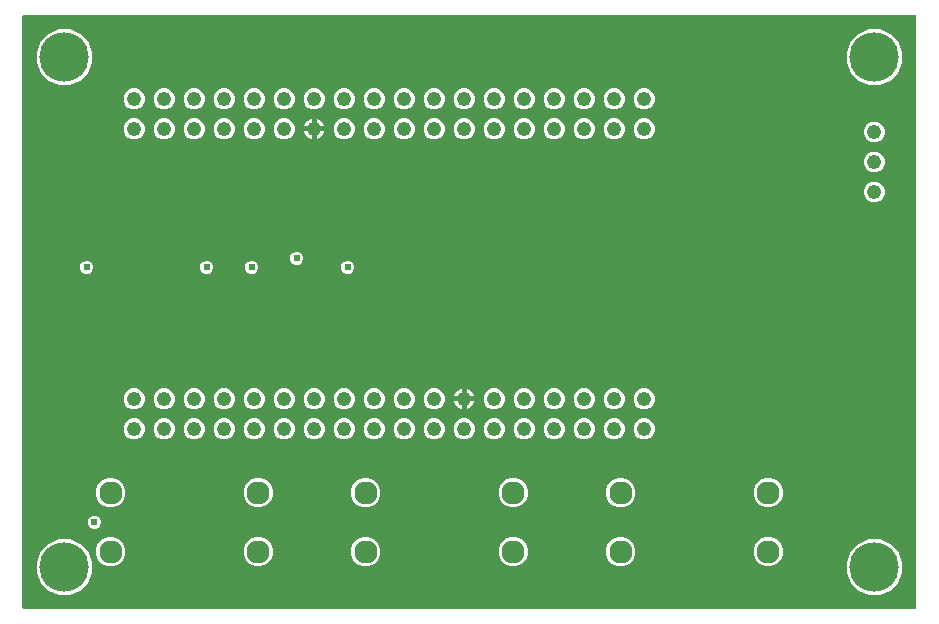
<source format=gbr>
G04 EAGLE Gerber RS-274X export*
G75*
%MOMM*%
%FSLAX34Y34*%
%LPD*%
%INCopper Layer 15*%
%IPPOS*%
%AMOC8*
5,1,8,0,0,1.08239X$1,22.5*%
G01*
%ADD10C,1.244600*%
%ADD11C,1.960000*%
%ADD12C,4.191000*%
%ADD13C,0.609600*%

G36*
X758109Y2556D02*
X758109Y2556D01*
X758228Y2563D01*
X758267Y2575D01*
X758307Y2581D01*
X758417Y2624D01*
X758531Y2661D01*
X758565Y2683D01*
X758603Y2698D01*
X758699Y2767D01*
X758799Y2831D01*
X758827Y2861D01*
X758860Y2884D01*
X758936Y2976D01*
X759017Y3062D01*
X759037Y3098D01*
X759063Y3129D01*
X759114Y3237D01*
X759171Y3341D01*
X759181Y3380D01*
X759198Y3417D01*
X759221Y3534D01*
X759250Y3649D01*
X759254Y3709D01*
X759258Y3729D01*
X759257Y3750D01*
X759261Y3809D01*
X759458Y504190D01*
X759443Y504308D01*
X759435Y504427D01*
X759423Y504465D01*
X759418Y504505D01*
X759374Y504616D01*
X759337Y504729D01*
X759316Y504763D01*
X759301Y504801D01*
X759231Y504897D01*
X759167Y504998D01*
X759138Y505026D01*
X759114Y505058D01*
X759023Y505134D01*
X758936Y505216D01*
X758900Y505236D01*
X758870Y505261D01*
X758762Y505312D01*
X758657Y505370D01*
X758618Y505380D01*
X758582Y505397D01*
X758465Y505419D01*
X758349Y505449D01*
X758290Y505453D01*
X758270Y505457D01*
X758249Y505455D01*
X758189Y505459D01*
X3810Y505459D01*
X3692Y505444D01*
X3573Y505437D01*
X3535Y505424D01*
X3494Y505419D01*
X3384Y505376D01*
X3271Y505339D01*
X3236Y505317D01*
X3199Y505302D01*
X3103Y505233D01*
X3002Y505169D01*
X2974Y505139D01*
X2941Y505116D01*
X2865Y505024D01*
X2784Y504937D01*
X2764Y504902D01*
X2739Y504871D01*
X2688Y504763D01*
X2630Y504659D01*
X2620Y504619D01*
X2603Y504583D01*
X2581Y504466D01*
X2551Y504351D01*
X2547Y504291D01*
X2543Y504271D01*
X2545Y504250D01*
X2541Y504190D01*
X2541Y3810D01*
X2556Y3692D01*
X2563Y3573D01*
X2576Y3535D01*
X2581Y3494D01*
X2624Y3384D01*
X2661Y3271D01*
X2683Y3236D01*
X2698Y3199D01*
X2767Y3103D01*
X2831Y3002D01*
X2861Y2974D01*
X2884Y2941D01*
X2976Y2865D01*
X3063Y2784D01*
X3098Y2764D01*
X3129Y2739D01*
X3237Y2688D01*
X3341Y2630D01*
X3381Y2620D01*
X3417Y2603D01*
X3534Y2581D01*
X3649Y2551D01*
X3709Y2547D01*
X3729Y2543D01*
X3750Y2545D01*
X3810Y2541D01*
X757992Y2541D01*
X758109Y2556D01*
G37*
%LPC*%
G36*
X719226Y446404D02*
X719226Y446404D01*
X710591Y449981D01*
X703981Y456591D01*
X700404Y465226D01*
X700404Y474574D01*
X703981Y483209D01*
X710591Y489819D01*
X719226Y493396D01*
X728574Y493396D01*
X737209Y489819D01*
X743819Y483209D01*
X747396Y474574D01*
X747396Y465226D01*
X743819Y456591D01*
X737209Y449981D01*
X728574Y446404D01*
X719226Y446404D01*
G37*
%LPD*%
%LPC*%
G36*
X33426Y446404D02*
X33426Y446404D01*
X24791Y449981D01*
X18181Y456591D01*
X14604Y465226D01*
X14604Y474574D01*
X18181Y483209D01*
X24791Y489819D01*
X33426Y493396D01*
X42774Y493396D01*
X51409Y489819D01*
X58019Y483209D01*
X61596Y474574D01*
X61596Y465226D01*
X58019Y456591D01*
X51409Y449981D01*
X42774Y446404D01*
X33426Y446404D01*
G37*
%LPD*%
%LPC*%
G36*
X719226Y14604D02*
X719226Y14604D01*
X710591Y18181D01*
X703981Y24791D01*
X700404Y33426D01*
X700404Y42774D01*
X703981Y51409D01*
X710591Y58019D01*
X719226Y61596D01*
X728574Y61596D01*
X737209Y58019D01*
X743819Y51409D01*
X747396Y42774D01*
X747396Y33426D01*
X743819Y24791D01*
X737209Y18181D01*
X728574Y14604D01*
X719226Y14604D01*
G37*
%LPD*%
%LPC*%
G36*
X33426Y14604D02*
X33426Y14604D01*
X24791Y18181D01*
X18181Y24791D01*
X14604Y33426D01*
X14604Y42774D01*
X18181Y51409D01*
X24791Y58019D01*
X33426Y61596D01*
X42774Y61596D01*
X51409Y58019D01*
X58019Y51409D01*
X61596Y42774D01*
X61596Y33426D01*
X58019Y24791D01*
X51409Y18181D01*
X42774Y14604D01*
X33426Y14604D01*
G37*
%LPD*%
%LPC*%
G36*
X199745Y38859D02*
X199745Y38859D01*
X195210Y40738D01*
X191738Y44210D01*
X189859Y48745D01*
X189859Y53655D01*
X191738Y58190D01*
X195210Y61662D01*
X199745Y63541D01*
X204655Y63541D01*
X209190Y61662D01*
X212662Y58190D01*
X214541Y53655D01*
X214541Y48745D01*
X212662Y44210D01*
X209190Y40738D01*
X204655Y38859D01*
X199745Y38859D01*
G37*
%LPD*%
%LPC*%
G36*
X290645Y38859D02*
X290645Y38859D01*
X286110Y40738D01*
X282638Y44210D01*
X280759Y48745D01*
X280759Y53655D01*
X282638Y58190D01*
X286110Y61662D01*
X290645Y63541D01*
X295555Y63541D01*
X300090Y61662D01*
X303562Y58190D01*
X305441Y53655D01*
X305441Y48745D01*
X303562Y44210D01*
X300090Y40738D01*
X295555Y38859D01*
X290645Y38859D01*
G37*
%LPD*%
%LPC*%
G36*
X415645Y38859D02*
X415645Y38859D01*
X411110Y40738D01*
X407638Y44210D01*
X405759Y48745D01*
X405759Y53655D01*
X407638Y58190D01*
X411110Y61662D01*
X415645Y63541D01*
X420555Y63541D01*
X425090Y61662D01*
X428562Y58190D01*
X430441Y53655D01*
X430441Y48745D01*
X428562Y44210D01*
X425090Y40738D01*
X420555Y38859D01*
X415645Y38859D01*
G37*
%LPD*%
%LPC*%
G36*
X506545Y38859D02*
X506545Y38859D01*
X502010Y40738D01*
X498538Y44210D01*
X496659Y48745D01*
X496659Y53655D01*
X498538Y58190D01*
X502010Y61662D01*
X506545Y63541D01*
X511455Y63541D01*
X515990Y61662D01*
X519462Y58190D01*
X521341Y53655D01*
X521341Y48745D01*
X519462Y44210D01*
X515990Y40738D01*
X511455Y38859D01*
X506545Y38859D01*
G37*
%LPD*%
%LPC*%
G36*
X74745Y38859D02*
X74745Y38859D01*
X70210Y40738D01*
X66738Y44210D01*
X64859Y48745D01*
X64859Y53655D01*
X66738Y58190D01*
X70210Y61662D01*
X74745Y63541D01*
X79655Y63541D01*
X84190Y61662D01*
X87662Y58190D01*
X89541Y53655D01*
X89541Y48745D01*
X87662Y44210D01*
X84190Y40738D01*
X79655Y38859D01*
X74745Y38859D01*
G37*
%LPD*%
%LPC*%
G36*
X74745Y88859D02*
X74745Y88859D01*
X70210Y90738D01*
X66738Y94210D01*
X64859Y98745D01*
X64859Y103655D01*
X66738Y108190D01*
X70210Y111662D01*
X74745Y113541D01*
X79655Y113541D01*
X84190Y111662D01*
X87662Y108190D01*
X89541Y103655D01*
X89541Y98745D01*
X87662Y94210D01*
X84190Y90738D01*
X79655Y88859D01*
X74745Y88859D01*
G37*
%LPD*%
%LPC*%
G36*
X199745Y88859D02*
X199745Y88859D01*
X195210Y90738D01*
X191738Y94210D01*
X189859Y98745D01*
X189859Y103655D01*
X191738Y108190D01*
X195210Y111662D01*
X199745Y113541D01*
X204655Y113541D01*
X209190Y111662D01*
X212662Y108190D01*
X214541Y103655D01*
X214541Y98745D01*
X212662Y94210D01*
X209190Y90738D01*
X204655Y88859D01*
X199745Y88859D01*
G37*
%LPD*%
%LPC*%
G36*
X290645Y88859D02*
X290645Y88859D01*
X286110Y90738D01*
X282638Y94210D01*
X280759Y98745D01*
X280759Y103655D01*
X282638Y108190D01*
X286110Y111662D01*
X290645Y113541D01*
X295555Y113541D01*
X300090Y111662D01*
X303562Y108190D01*
X305441Y103655D01*
X305441Y98745D01*
X303562Y94210D01*
X300090Y90738D01*
X295555Y88859D01*
X290645Y88859D01*
G37*
%LPD*%
%LPC*%
G36*
X415645Y88859D02*
X415645Y88859D01*
X411110Y90738D01*
X407638Y94210D01*
X405759Y98745D01*
X405759Y103655D01*
X407638Y108190D01*
X411110Y111662D01*
X415645Y113541D01*
X420555Y113541D01*
X425090Y111662D01*
X428562Y108190D01*
X430441Y103655D01*
X430441Y98745D01*
X428562Y94210D01*
X425090Y90738D01*
X420555Y88859D01*
X415645Y88859D01*
G37*
%LPD*%
%LPC*%
G36*
X506545Y88859D02*
X506545Y88859D01*
X502010Y90738D01*
X498538Y94210D01*
X496659Y98745D01*
X496659Y103655D01*
X498538Y108190D01*
X502010Y111662D01*
X506545Y113541D01*
X511455Y113541D01*
X515990Y111662D01*
X519462Y108190D01*
X521341Y103655D01*
X521341Y98745D01*
X519462Y94210D01*
X515990Y90738D01*
X511455Y88859D01*
X506545Y88859D01*
G37*
%LPD*%
%LPC*%
G36*
X631545Y88859D02*
X631545Y88859D01*
X627010Y90738D01*
X623538Y94210D01*
X621659Y98745D01*
X621659Y103655D01*
X623538Y108190D01*
X627010Y111662D01*
X631545Y113541D01*
X636455Y113541D01*
X640990Y111662D01*
X644462Y108190D01*
X646341Y103655D01*
X646341Y98745D01*
X644462Y94210D01*
X640990Y90738D01*
X636455Y88859D01*
X631545Y88859D01*
G37*
%LPD*%
%LPC*%
G36*
X631545Y38859D02*
X631545Y38859D01*
X627010Y40738D01*
X623538Y44210D01*
X621659Y48745D01*
X621659Y53655D01*
X623538Y58190D01*
X627010Y61662D01*
X631545Y63541D01*
X636455Y63541D01*
X640990Y61662D01*
X644462Y58190D01*
X646341Y53655D01*
X646341Y48745D01*
X644462Y44210D01*
X640990Y40738D01*
X636455Y38859D01*
X631545Y38859D01*
G37*
%LPD*%
%LPC*%
G36*
X247857Y425836D02*
X247857Y425836D01*
X244636Y427170D01*
X242170Y429636D01*
X240836Y432857D01*
X240836Y436343D01*
X242170Y439564D01*
X244636Y442030D01*
X247857Y443364D01*
X251343Y443364D01*
X254564Y442030D01*
X257030Y439564D01*
X258364Y436343D01*
X258364Y432857D01*
X257030Y429636D01*
X254564Y427170D01*
X251343Y425836D01*
X247857Y425836D01*
G37*
%LPD*%
%LPC*%
G36*
X222457Y425836D02*
X222457Y425836D01*
X219236Y427170D01*
X216770Y429636D01*
X215436Y432857D01*
X215436Y436343D01*
X216770Y439564D01*
X219236Y442030D01*
X222457Y443364D01*
X225943Y443364D01*
X229164Y442030D01*
X231630Y439564D01*
X232964Y436343D01*
X232964Y432857D01*
X231630Y429636D01*
X229164Y427170D01*
X225943Y425836D01*
X222457Y425836D01*
G37*
%LPD*%
%LPC*%
G36*
X197057Y425836D02*
X197057Y425836D01*
X193836Y427170D01*
X191370Y429636D01*
X190036Y432857D01*
X190036Y436343D01*
X191370Y439564D01*
X193836Y442030D01*
X197057Y443364D01*
X200543Y443364D01*
X203764Y442030D01*
X206230Y439564D01*
X207564Y436343D01*
X207564Y432857D01*
X206230Y429636D01*
X203764Y427170D01*
X200543Y425836D01*
X197057Y425836D01*
G37*
%LPD*%
%LPC*%
G36*
X171657Y425836D02*
X171657Y425836D01*
X168436Y427170D01*
X165970Y429636D01*
X164636Y432857D01*
X164636Y436343D01*
X165970Y439564D01*
X168436Y442030D01*
X171657Y443364D01*
X175143Y443364D01*
X178364Y442030D01*
X180830Y439564D01*
X182164Y436343D01*
X182164Y432857D01*
X180830Y429636D01*
X178364Y427170D01*
X175143Y425836D01*
X171657Y425836D01*
G37*
%LPD*%
%LPC*%
G36*
X527257Y400436D02*
X527257Y400436D01*
X524036Y401770D01*
X521570Y404236D01*
X520236Y407457D01*
X520236Y410943D01*
X521570Y414164D01*
X524036Y416630D01*
X527257Y417964D01*
X530743Y417964D01*
X533964Y416630D01*
X536430Y414164D01*
X537764Y410943D01*
X537764Y407457D01*
X536430Y404236D01*
X533964Y401770D01*
X530743Y400436D01*
X527257Y400436D01*
G37*
%LPD*%
%LPC*%
G36*
X501857Y400436D02*
X501857Y400436D01*
X498636Y401770D01*
X496170Y404236D01*
X494836Y407457D01*
X494836Y410943D01*
X496170Y414164D01*
X498636Y416630D01*
X501857Y417964D01*
X505343Y417964D01*
X508564Y416630D01*
X511030Y414164D01*
X512364Y410943D01*
X512364Y407457D01*
X511030Y404236D01*
X508564Y401770D01*
X505343Y400436D01*
X501857Y400436D01*
G37*
%LPD*%
%LPC*%
G36*
X476457Y400436D02*
X476457Y400436D01*
X473236Y401770D01*
X470770Y404236D01*
X469436Y407457D01*
X469436Y410943D01*
X470770Y414164D01*
X473236Y416630D01*
X476457Y417964D01*
X479943Y417964D01*
X483164Y416630D01*
X485630Y414164D01*
X486964Y410943D01*
X486964Y407457D01*
X485630Y404236D01*
X483164Y401770D01*
X479943Y400436D01*
X476457Y400436D01*
G37*
%LPD*%
%LPC*%
G36*
X451057Y400436D02*
X451057Y400436D01*
X447836Y401770D01*
X445370Y404236D01*
X444036Y407457D01*
X444036Y410943D01*
X445370Y414164D01*
X447836Y416630D01*
X451057Y417964D01*
X454543Y417964D01*
X457764Y416630D01*
X460230Y414164D01*
X461564Y410943D01*
X461564Y407457D01*
X460230Y404236D01*
X457764Y401770D01*
X454543Y400436D01*
X451057Y400436D01*
G37*
%LPD*%
%LPC*%
G36*
X425657Y400436D02*
X425657Y400436D01*
X422436Y401770D01*
X419970Y404236D01*
X418636Y407457D01*
X418636Y410943D01*
X419970Y414164D01*
X422436Y416630D01*
X425657Y417964D01*
X429143Y417964D01*
X432364Y416630D01*
X434830Y414164D01*
X436164Y410943D01*
X436164Y407457D01*
X434830Y404236D01*
X432364Y401770D01*
X429143Y400436D01*
X425657Y400436D01*
G37*
%LPD*%
%LPC*%
G36*
X400257Y400436D02*
X400257Y400436D01*
X397036Y401770D01*
X394570Y404236D01*
X393236Y407457D01*
X393236Y410943D01*
X394570Y414164D01*
X397036Y416630D01*
X400257Y417964D01*
X403743Y417964D01*
X406964Y416630D01*
X409430Y414164D01*
X410764Y410943D01*
X410764Y407457D01*
X409430Y404236D01*
X406964Y401770D01*
X403743Y400436D01*
X400257Y400436D01*
G37*
%LPD*%
%LPC*%
G36*
X374857Y400436D02*
X374857Y400436D01*
X371636Y401770D01*
X369170Y404236D01*
X367836Y407457D01*
X367836Y410943D01*
X369170Y414164D01*
X371636Y416630D01*
X374857Y417964D01*
X378343Y417964D01*
X381564Y416630D01*
X384030Y414164D01*
X385364Y410943D01*
X385364Y407457D01*
X384030Y404236D01*
X381564Y401770D01*
X378343Y400436D01*
X374857Y400436D01*
G37*
%LPD*%
%LPC*%
G36*
X349457Y400436D02*
X349457Y400436D01*
X346236Y401770D01*
X343770Y404236D01*
X342436Y407457D01*
X342436Y410943D01*
X343770Y414164D01*
X346236Y416630D01*
X349457Y417964D01*
X352943Y417964D01*
X356164Y416630D01*
X358630Y414164D01*
X359964Y410943D01*
X359964Y407457D01*
X358630Y404236D01*
X356164Y401770D01*
X352943Y400436D01*
X349457Y400436D01*
G37*
%LPD*%
%LPC*%
G36*
X324057Y400436D02*
X324057Y400436D01*
X320836Y401770D01*
X318370Y404236D01*
X317036Y407457D01*
X317036Y410943D01*
X318370Y414164D01*
X320836Y416630D01*
X324057Y417964D01*
X327543Y417964D01*
X330764Y416630D01*
X333230Y414164D01*
X334564Y410943D01*
X334564Y407457D01*
X333230Y404236D01*
X330764Y401770D01*
X327543Y400436D01*
X324057Y400436D01*
G37*
%LPD*%
%LPC*%
G36*
X298657Y400436D02*
X298657Y400436D01*
X295436Y401770D01*
X292970Y404236D01*
X291636Y407457D01*
X291636Y410943D01*
X292970Y414164D01*
X295436Y416630D01*
X298657Y417964D01*
X302143Y417964D01*
X305364Y416630D01*
X307830Y414164D01*
X309164Y410943D01*
X309164Y407457D01*
X307830Y404236D01*
X305364Y401770D01*
X302143Y400436D01*
X298657Y400436D01*
G37*
%LPD*%
%LPC*%
G36*
X273257Y400436D02*
X273257Y400436D01*
X270036Y401770D01*
X267570Y404236D01*
X266236Y407457D01*
X266236Y410943D01*
X267570Y414164D01*
X270036Y416630D01*
X273257Y417964D01*
X276743Y417964D01*
X279964Y416630D01*
X282430Y414164D01*
X283764Y410943D01*
X283764Y407457D01*
X282430Y404236D01*
X279964Y401770D01*
X276743Y400436D01*
X273257Y400436D01*
G37*
%LPD*%
%LPC*%
G36*
X222457Y400436D02*
X222457Y400436D01*
X219236Y401770D01*
X216770Y404236D01*
X215436Y407457D01*
X215436Y410943D01*
X216770Y414164D01*
X219236Y416630D01*
X222457Y417964D01*
X225943Y417964D01*
X229164Y416630D01*
X231630Y414164D01*
X232964Y410943D01*
X232964Y407457D01*
X231630Y404236D01*
X229164Y401770D01*
X225943Y400436D01*
X222457Y400436D01*
G37*
%LPD*%
%LPC*%
G36*
X197057Y400436D02*
X197057Y400436D01*
X193836Y401770D01*
X191370Y404236D01*
X190036Y407457D01*
X190036Y410943D01*
X191370Y414164D01*
X193836Y416630D01*
X197057Y417964D01*
X200543Y417964D01*
X203764Y416630D01*
X206230Y414164D01*
X207564Y410943D01*
X207564Y407457D01*
X206230Y404236D01*
X203764Y401770D01*
X200543Y400436D01*
X197057Y400436D01*
G37*
%LPD*%
%LPC*%
G36*
X171657Y400436D02*
X171657Y400436D01*
X168436Y401770D01*
X165970Y404236D01*
X164636Y407457D01*
X164636Y410943D01*
X165970Y414164D01*
X168436Y416630D01*
X171657Y417964D01*
X175143Y417964D01*
X178364Y416630D01*
X180830Y414164D01*
X182164Y410943D01*
X182164Y407457D01*
X180830Y404236D01*
X178364Y401770D01*
X175143Y400436D01*
X171657Y400436D01*
G37*
%LPD*%
%LPC*%
G36*
X146257Y400436D02*
X146257Y400436D01*
X143036Y401770D01*
X140570Y404236D01*
X139236Y407457D01*
X139236Y410943D01*
X140570Y414164D01*
X143036Y416630D01*
X146257Y417964D01*
X149743Y417964D01*
X152964Y416630D01*
X155430Y414164D01*
X156764Y410943D01*
X156764Y407457D01*
X155430Y404236D01*
X152964Y401770D01*
X149743Y400436D01*
X146257Y400436D01*
G37*
%LPD*%
%LPC*%
G36*
X120857Y400436D02*
X120857Y400436D01*
X117636Y401770D01*
X115170Y404236D01*
X113836Y407457D01*
X113836Y410943D01*
X115170Y414164D01*
X117636Y416630D01*
X120857Y417964D01*
X124343Y417964D01*
X127564Y416630D01*
X130030Y414164D01*
X131364Y410943D01*
X131364Y407457D01*
X130030Y404236D01*
X127564Y401770D01*
X124343Y400436D01*
X120857Y400436D01*
G37*
%LPD*%
%LPC*%
G36*
X95457Y400436D02*
X95457Y400436D01*
X92236Y401770D01*
X89770Y404236D01*
X88436Y407457D01*
X88436Y410943D01*
X89770Y414164D01*
X92236Y416630D01*
X95457Y417964D01*
X98943Y417964D01*
X102164Y416630D01*
X104630Y414164D01*
X105964Y410943D01*
X105964Y407457D01*
X104630Y404236D01*
X102164Y401770D01*
X98943Y400436D01*
X95457Y400436D01*
G37*
%LPD*%
%LPC*%
G36*
X476457Y171836D02*
X476457Y171836D01*
X473236Y173170D01*
X470770Y175636D01*
X469436Y178857D01*
X469436Y182343D01*
X470770Y185564D01*
X473236Y188030D01*
X476457Y189364D01*
X479943Y189364D01*
X483164Y188030D01*
X485630Y185564D01*
X486964Y182343D01*
X486964Y178857D01*
X485630Y175636D01*
X483164Y173170D01*
X479943Y171836D01*
X476457Y171836D01*
G37*
%LPD*%
%LPC*%
G36*
X146257Y425836D02*
X146257Y425836D01*
X143036Y427170D01*
X140570Y429636D01*
X139236Y432857D01*
X139236Y436343D01*
X140570Y439564D01*
X143036Y442030D01*
X146257Y443364D01*
X149743Y443364D01*
X152964Y442030D01*
X155430Y439564D01*
X156764Y436343D01*
X156764Y432857D01*
X155430Y429636D01*
X152964Y427170D01*
X149743Y425836D01*
X146257Y425836D01*
G37*
%LPD*%
%LPC*%
G36*
X722157Y397636D02*
X722157Y397636D01*
X718936Y398970D01*
X716470Y401436D01*
X715136Y404657D01*
X715136Y408143D01*
X716470Y411364D01*
X718936Y413830D01*
X722157Y415164D01*
X725643Y415164D01*
X728864Y413830D01*
X731330Y411364D01*
X732664Y408143D01*
X732664Y404657D01*
X731330Y401436D01*
X728864Y398970D01*
X725643Y397636D01*
X722157Y397636D01*
G37*
%LPD*%
%LPC*%
G36*
X120857Y425836D02*
X120857Y425836D01*
X117636Y427170D01*
X115170Y429636D01*
X113836Y432857D01*
X113836Y436343D01*
X115170Y439564D01*
X117636Y442030D01*
X120857Y443364D01*
X124343Y443364D01*
X127564Y442030D01*
X130030Y439564D01*
X131364Y436343D01*
X131364Y432857D01*
X130030Y429636D01*
X127564Y427170D01*
X124343Y425836D01*
X120857Y425836D01*
G37*
%LPD*%
%LPC*%
G36*
X95457Y425836D02*
X95457Y425836D01*
X92236Y427170D01*
X89770Y429636D01*
X88436Y432857D01*
X88436Y436343D01*
X89770Y439564D01*
X92236Y442030D01*
X95457Y443364D01*
X98943Y443364D01*
X102164Y442030D01*
X104630Y439564D01*
X105964Y436343D01*
X105964Y432857D01*
X104630Y429636D01*
X102164Y427170D01*
X98943Y425836D01*
X95457Y425836D01*
G37*
%LPD*%
%LPC*%
G36*
X722157Y372236D02*
X722157Y372236D01*
X718936Y373570D01*
X716470Y376036D01*
X715136Y379257D01*
X715136Y382743D01*
X716470Y385964D01*
X718936Y388430D01*
X722157Y389764D01*
X725643Y389764D01*
X728864Y388430D01*
X731330Y385964D01*
X732664Y382743D01*
X732664Y379257D01*
X731330Y376036D01*
X728864Y373570D01*
X725643Y372236D01*
X722157Y372236D01*
G37*
%LPD*%
%LPC*%
G36*
X722157Y346836D02*
X722157Y346836D01*
X718936Y348170D01*
X716470Y350636D01*
X715136Y353857D01*
X715136Y357343D01*
X716470Y360564D01*
X718936Y363030D01*
X722157Y364364D01*
X725643Y364364D01*
X728864Y363030D01*
X731330Y360564D01*
X732664Y357343D01*
X732664Y353857D01*
X731330Y350636D01*
X728864Y348170D01*
X725643Y346836D01*
X722157Y346836D01*
G37*
%LPD*%
%LPC*%
G36*
X527257Y425836D02*
X527257Y425836D01*
X524036Y427170D01*
X521570Y429636D01*
X520236Y432857D01*
X520236Y436343D01*
X521570Y439564D01*
X524036Y442030D01*
X527257Y443364D01*
X530743Y443364D01*
X533964Y442030D01*
X536430Y439564D01*
X537764Y436343D01*
X537764Y432857D01*
X536430Y429636D01*
X533964Y427170D01*
X530743Y425836D01*
X527257Y425836D01*
G37*
%LPD*%
%LPC*%
G36*
X501857Y425836D02*
X501857Y425836D01*
X498636Y427170D01*
X496170Y429636D01*
X494836Y432857D01*
X494836Y436343D01*
X496170Y439564D01*
X498636Y442030D01*
X501857Y443364D01*
X505343Y443364D01*
X508564Y442030D01*
X511030Y439564D01*
X512364Y436343D01*
X512364Y432857D01*
X511030Y429636D01*
X508564Y427170D01*
X505343Y425836D01*
X501857Y425836D01*
G37*
%LPD*%
%LPC*%
G36*
X476457Y425836D02*
X476457Y425836D01*
X473236Y427170D01*
X470770Y429636D01*
X469436Y432857D01*
X469436Y436343D01*
X470770Y439564D01*
X473236Y442030D01*
X476457Y443364D01*
X479943Y443364D01*
X483164Y442030D01*
X485630Y439564D01*
X486964Y436343D01*
X486964Y432857D01*
X485630Y429636D01*
X483164Y427170D01*
X479943Y425836D01*
X476457Y425836D01*
G37*
%LPD*%
%LPC*%
G36*
X451057Y425836D02*
X451057Y425836D01*
X447836Y427170D01*
X445370Y429636D01*
X444036Y432857D01*
X444036Y436343D01*
X445370Y439564D01*
X447836Y442030D01*
X451057Y443364D01*
X454543Y443364D01*
X457764Y442030D01*
X460230Y439564D01*
X461564Y436343D01*
X461564Y432857D01*
X460230Y429636D01*
X457764Y427170D01*
X454543Y425836D01*
X451057Y425836D01*
G37*
%LPD*%
%LPC*%
G36*
X425657Y425836D02*
X425657Y425836D01*
X422436Y427170D01*
X419970Y429636D01*
X418636Y432857D01*
X418636Y436343D01*
X419970Y439564D01*
X422436Y442030D01*
X425657Y443364D01*
X429143Y443364D01*
X432364Y442030D01*
X434830Y439564D01*
X436164Y436343D01*
X436164Y432857D01*
X434830Y429636D01*
X432364Y427170D01*
X429143Y425836D01*
X425657Y425836D01*
G37*
%LPD*%
%LPC*%
G36*
X501857Y171836D02*
X501857Y171836D01*
X498636Y173170D01*
X496170Y175636D01*
X494836Y178857D01*
X494836Y182343D01*
X496170Y185564D01*
X498636Y188030D01*
X501857Y189364D01*
X505343Y189364D01*
X508564Y188030D01*
X511030Y185564D01*
X512364Y182343D01*
X512364Y178857D01*
X511030Y175636D01*
X508564Y173170D01*
X505343Y171836D01*
X501857Y171836D01*
G37*
%LPD*%
%LPC*%
G36*
X527257Y171836D02*
X527257Y171836D01*
X524036Y173170D01*
X521570Y175636D01*
X520236Y178857D01*
X520236Y182343D01*
X521570Y185564D01*
X524036Y188030D01*
X527257Y189364D01*
X530743Y189364D01*
X533964Y188030D01*
X536430Y185564D01*
X537764Y182343D01*
X537764Y178857D01*
X536430Y175636D01*
X533964Y173170D01*
X530743Y171836D01*
X527257Y171836D01*
G37*
%LPD*%
%LPC*%
G36*
X273257Y425836D02*
X273257Y425836D01*
X270036Y427170D01*
X267570Y429636D01*
X266236Y432857D01*
X266236Y436343D01*
X267570Y439564D01*
X270036Y442030D01*
X273257Y443364D01*
X276743Y443364D01*
X279964Y442030D01*
X282430Y439564D01*
X283764Y436343D01*
X283764Y432857D01*
X282430Y429636D01*
X279964Y427170D01*
X276743Y425836D01*
X273257Y425836D01*
G37*
%LPD*%
%LPC*%
G36*
X451057Y171836D02*
X451057Y171836D01*
X447836Y173170D01*
X445370Y175636D01*
X444036Y178857D01*
X444036Y182343D01*
X445370Y185564D01*
X447836Y188030D01*
X451057Y189364D01*
X454543Y189364D01*
X457764Y188030D01*
X460230Y185564D01*
X461564Y182343D01*
X461564Y178857D01*
X460230Y175636D01*
X457764Y173170D01*
X454543Y171836D01*
X451057Y171836D01*
G37*
%LPD*%
%LPC*%
G36*
X425657Y171836D02*
X425657Y171836D01*
X422436Y173170D01*
X419970Y175636D01*
X418636Y178857D01*
X418636Y182343D01*
X419970Y185564D01*
X422436Y188030D01*
X425657Y189364D01*
X429143Y189364D01*
X432364Y188030D01*
X434830Y185564D01*
X436164Y182343D01*
X436164Y178857D01*
X434830Y175636D01*
X432364Y173170D01*
X429143Y171836D01*
X425657Y171836D01*
G37*
%LPD*%
%LPC*%
G36*
X400257Y171836D02*
X400257Y171836D01*
X397036Y173170D01*
X394570Y175636D01*
X393236Y178857D01*
X393236Y182343D01*
X394570Y185564D01*
X397036Y188030D01*
X400257Y189364D01*
X403743Y189364D01*
X406964Y188030D01*
X409430Y185564D01*
X410764Y182343D01*
X410764Y178857D01*
X409430Y175636D01*
X406964Y173170D01*
X403743Y171836D01*
X400257Y171836D01*
G37*
%LPD*%
%LPC*%
G36*
X349457Y171836D02*
X349457Y171836D01*
X346236Y173170D01*
X343770Y175636D01*
X342436Y178857D01*
X342436Y182343D01*
X343770Y185564D01*
X346236Y188030D01*
X349457Y189364D01*
X352943Y189364D01*
X356164Y188030D01*
X358630Y185564D01*
X359964Y182343D01*
X359964Y178857D01*
X358630Y175636D01*
X356164Y173170D01*
X352943Y171836D01*
X349457Y171836D01*
G37*
%LPD*%
%LPC*%
G36*
X324057Y171836D02*
X324057Y171836D01*
X320836Y173170D01*
X318370Y175636D01*
X317036Y178857D01*
X317036Y182343D01*
X318370Y185564D01*
X320836Y188030D01*
X324057Y189364D01*
X327543Y189364D01*
X330764Y188030D01*
X333230Y185564D01*
X334564Y182343D01*
X334564Y178857D01*
X333230Y175636D01*
X330764Y173170D01*
X327543Y171836D01*
X324057Y171836D01*
G37*
%LPD*%
%LPC*%
G36*
X298657Y171836D02*
X298657Y171836D01*
X295436Y173170D01*
X292970Y175636D01*
X291636Y178857D01*
X291636Y182343D01*
X292970Y185564D01*
X295436Y188030D01*
X298657Y189364D01*
X302143Y189364D01*
X305364Y188030D01*
X307830Y185564D01*
X309164Y182343D01*
X309164Y178857D01*
X307830Y175636D01*
X305364Y173170D01*
X302143Y171836D01*
X298657Y171836D01*
G37*
%LPD*%
%LPC*%
G36*
X273257Y171836D02*
X273257Y171836D01*
X270036Y173170D01*
X267570Y175636D01*
X266236Y178857D01*
X266236Y182343D01*
X267570Y185564D01*
X270036Y188030D01*
X273257Y189364D01*
X276743Y189364D01*
X279964Y188030D01*
X282430Y185564D01*
X283764Y182343D01*
X283764Y178857D01*
X282430Y175636D01*
X279964Y173170D01*
X276743Y171836D01*
X273257Y171836D01*
G37*
%LPD*%
%LPC*%
G36*
X247857Y171836D02*
X247857Y171836D01*
X244636Y173170D01*
X242170Y175636D01*
X240836Y178857D01*
X240836Y182343D01*
X242170Y185564D01*
X244636Y188030D01*
X247857Y189364D01*
X251343Y189364D01*
X254564Y188030D01*
X257030Y185564D01*
X258364Y182343D01*
X258364Y178857D01*
X257030Y175636D01*
X254564Y173170D01*
X251343Y171836D01*
X247857Y171836D01*
G37*
%LPD*%
%LPC*%
G36*
X222457Y171836D02*
X222457Y171836D01*
X219236Y173170D01*
X216770Y175636D01*
X215436Y178857D01*
X215436Y182343D01*
X216770Y185564D01*
X219236Y188030D01*
X222457Y189364D01*
X225943Y189364D01*
X229164Y188030D01*
X231630Y185564D01*
X232964Y182343D01*
X232964Y178857D01*
X231630Y175636D01*
X229164Y173170D01*
X225943Y171836D01*
X222457Y171836D01*
G37*
%LPD*%
%LPC*%
G36*
X197057Y171836D02*
X197057Y171836D01*
X193836Y173170D01*
X191370Y175636D01*
X190036Y178857D01*
X190036Y182343D01*
X191370Y185564D01*
X193836Y188030D01*
X197057Y189364D01*
X200543Y189364D01*
X203764Y188030D01*
X206230Y185564D01*
X207564Y182343D01*
X207564Y178857D01*
X206230Y175636D01*
X203764Y173170D01*
X200543Y171836D01*
X197057Y171836D01*
G37*
%LPD*%
%LPC*%
G36*
X171657Y171836D02*
X171657Y171836D01*
X168436Y173170D01*
X165970Y175636D01*
X164636Y178857D01*
X164636Y182343D01*
X165970Y185564D01*
X168436Y188030D01*
X171657Y189364D01*
X175143Y189364D01*
X178364Y188030D01*
X180830Y185564D01*
X182164Y182343D01*
X182164Y178857D01*
X180830Y175636D01*
X178364Y173170D01*
X175143Y171836D01*
X171657Y171836D01*
G37*
%LPD*%
%LPC*%
G36*
X146257Y171836D02*
X146257Y171836D01*
X143036Y173170D01*
X140570Y175636D01*
X139236Y178857D01*
X139236Y182343D01*
X140570Y185564D01*
X143036Y188030D01*
X146257Y189364D01*
X149743Y189364D01*
X152964Y188030D01*
X155430Y185564D01*
X156764Y182343D01*
X156764Y178857D01*
X155430Y175636D01*
X152964Y173170D01*
X149743Y171836D01*
X146257Y171836D01*
G37*
%LPD*%
%LPC*%
G36*
X120857Y171836D02*
X120857Y171836D01*
X117636Y173170D01*
X115170Y175636D01*
X113836Y178857D01*
X113836Y182343D01*
X115170Y185564D01*
X117636Y188030D01*
X120857Y189364D01*
X124343Y189364D01*
X127564Y188030D01*
X130030Y185564D01*
X131364Y182343D01*
X131364Y178857D01*
X130030Y175636D01*
X127564Y173170D01*
X124343Y171836D01*
X120857Y171836D01*
G37*
%LPD*%
%LPC*%
G36*
X95457Y171836D02*
X95457Y171836D01*
X92236Y173170D01*
X89770Y175636D01*
X88436Y178857D01*
X88436Y182343D01*
X89770Y185564D01*
X92236Y188030D01*
X95457Y189364D01*
X98943Y189364D01*
X102164Y188030D01*
X104630Y185564D01*
X105964Y182343D01*
X105964Y178857D01*
X104630Y175636D01*
X102164Y173170D01*
X98943Y171836D01*
X95457Y171836D01*
G37*
%LPD*%
%LPC*%
G36*
X400257Y425836D02*
X400257Y425836D01*
X397036Y427170D01*
X394570Y429636D01*
X393236Y432857D01*
X393236Y436343D01*
X394570Y439564D01*
X397036Y442030D01*
X400257Y443364D01*
X403743Y443364D01*
X406964Y442030D01*
X409430Y439564D01*
X410764Y436343D01*
X410764Y432857D01*
X409430Y429636D01*
X406964Y427170D01*
X403743Y425836D01*
X400257Y425836D01*
G37*
%LPD*%
%LPC*%
G36*
X374857Y425836D02*
X374857Y425836D01*
X371636Y427170D01*
X369170Y429636D01*
X367836Y432857D01*
X367836Y436343D01*
X369170Y439564D01*
X371636Y442030D01*
X374857Y443364D01*
X378343Y443364D01*
X381564Y442030D01*
X384030Y439564D01*
X385364Y436343D01*
X385364Y432857D01*
X384030Y429636D01*
X381564Y427170D01*
X378343Y425836D01*
X374857Y425836D01*
G37*
%LPD*%
%LPC*%
G36*
X349457Y425836D02*
X349457Y425836D01*
X346236Y427170D01*
X343770Y429636D01*
X342436Y432857D01*
X342436Y436343D01*
X343770Y439564D01*
X346236Y442030D01*
X349457Y443364D01*
X352943Y443364D01*
X356164Y442030D01*
X358630Y439564D01*
X359964Y436343D01*
X359964Y432857D01*
X358630Y429636D01*
X356164Y427170D01*
X352943Y425836D01*
X349457Y425836D01*
G37*
%LPD*%
%LPC*%
G36*
X324057Y425836D02*
X324057Y425836D01*
X320836Y427170D01*
X318370Y429636D01*
X317036Y432857D01*
X317036Y436343D01*
X318370Y439564D01*
X320836Y442030D01*
X324057Y443364D01*
X327543Y443364D01*
X330764Y442030D01*
X333230Y439564D01*
X334564Y436343D01*
X334564Y432857D01*
X333230Y429636D01*
X330764Y427170D01*
X327543Y425836D01*
X324057Y425836D01*
G37*
%LPD*%
%LPC*%
G36*
X425657Y146436D02*
X425657Y146436D01*
X422436Y147770D01*
X419970Y150236D01*
X418636Y153457D01*
X418636Y156943D01*
X419970Y160164D01*
X422436Y162630D01*
X425657Y163964D01*
X429143Y163964D01*
X432364Y162630D01*
X434830Y160164D01*
X436164Y156943D01*
X436164Y153457D01*
X434830Y150236D01*
X432364Y147770D01*
X429143Y146436D01*
X425657Y146436D01*
G37*
%LPD*%
%LPC*%
G36*
X400257Y146436D02*
X400257Y146436D01*
X397036Y147770D01*
X394570Y150236D01*
X393236Y153457D01*
X393236Y156943D01*
X394570Y160164D01*
X397036Y162630D01*
X400257Y163964D01*
X403743Y163964D01*
X406964Y162630D01*
X409430Y160164D01*
X410764Y156943D01*
X410764Y153457D01*
X409430Y150236D01*
X406964Y147770D01*
X403743Y146436D01*
X400257Y146436D01*
G37*
%LPD*%
%LPC*%
G36*
X374857Y146436D02*
X374857Y146436D01*
X371636Y147770D01*
X369170Y150236D01*
X367836Y153457D01*
X367836Y156943D01*
X369170Y160164D01*
X371636Y162630D01*
X374857Y163964D01*
X378343Y163964D01*
X381564Y162630D01*
X384030Y160164D01*
X385364Y156943D01*
X385364Y153457D01*
X384030Y150236D01*
X381564Y147770D01*
X378343Y146436D01*
X374857Y146436D01*
G37*
%LPD*%
%LPC*%
G36*
X527257Y146436D02*
X527257Y146436D01*
X524036Y147770D01*
X521570Y150236D01*
X520236Y153457D01*
X520236Y156943D01*
X521570Y160164D01*
X524036Y162630D01*
X527257Y163964D01*
X530743Y163964D01*
X533964Y162630D01*
X536430Y160164D01*
X537764Y156943D01*
X537764Y153457D01*
X536430Y150236D01*
X533964Y147770D01*
X530743Y146436D01*
X527257Y146436D01*
G37*
%LPD*%
%LPC*%
G36*
X501857Y146436D02*
X501857Y146436D01*
X498636Y147770D01*
X496170Y150236D01*
X494836Y153457D01*
X494836Y156943D01*
X496170Y160164D01*
X498636Y162630D01*
X501857Y163964D01*
X505343Y163964D01*
X508564Y162630D01*
X511030Y160164D01*
X512364Y156943D01*
X512364Y153457D01*
X511030Y150236D01*
X508564Y147770D01*
X505343Y146436D01*
X501857Y146436D01*
G37*
%LPD*%
%LPC*%
G36*
X476457Y146436D02*
X476457Y146436D01*
X473236Y147770D01*
X470770Y150236D01*
X469436Y153457D01*
X469436Y156943D01*
X470770Y160164D01*
X473236Y162630D01*
X476457Y163964D01*
X479943Y163964D01*
X483164Y162630D01*
X485630Y160164D01*
X486964Y156943D01*
X486964Y153457D01*
X485630Y150236D01*
X483164Y147770D01*
X479943Y146436D01*
X476457Y146436D01*
G37*
%LPD*%
%LPC*%
G36*
X451057Y146436D02*
X451057Y146436D01*
X447836Y147770D01*
X445370Y150236D01*
X444036Y153457D01*
X444036Y156943D01*
X445370Y160164D01*
X447836Y162630D01*
X451057Y163964D01*
X454543Y163964D01*
X457764Y162630D01*
X460230Y160164D01*
X461564Y156943D01*
X461564Y153457D01*
X460230Y150236D01*
X457764Y147770D01*
X454543Y146436D01*
X451057Y146436D01*
G37*
%LPD*%
%LPC*%
G36*
X146257Y146436D02*
X146257Y146436D01*
X143036Y147770D01*
X140570Y150236D01*
X139236Y153457D01*
X139236Y156943D01*
X140570Y160164D01*
X143036Y162630D01*
X146257Y163964D01*
X149743Y163964D01*
X152964Y162630D01*
X155430Y160164D01*
X156764Y156943D01*
X156764Y153457D01*
X155430Y150236D01*
X152964Y147770D01*
X149743Y146436D01*
X146257Y146436D01*
G37*
%LPD*%
%LPC*%
G36*
X120857Y146436D02*
X120857Y146436D01*
X117636Y147770D01*
X115170Y150236D01*
X113836Y153457D01*
X113836Y156943D01*
X115170Y160164D01*
X117636Y162630D01*
X120857Y163964D01*
X124343Y163964D01*
X127564Y162630D01*
X130030Y160164D01*
X131364Y156943D01*
X131364Y153457D01*
X130030Y150236D01*
X127564Y147770D01*
X124343Y146436D01*
X120857Y146436D01*
G37*
%LPD*%
%LPC*%
G36*
X95457Y146436D02*
X95457Y146436D01*
X92236Y147770D01*
X89770Y150236D01*
X88436Y153457D01*
X88436Y156943D01*
X89770Y160164D01*
X92236Y162630D01*
X95457Y163964D01*
X98943Y163964D01*
X102164Y162630D01*
X104630Y160164D01*
X105964Y156943D01*
X105964Y153457D01*
X104630Y150236D01*
X102164Y147770D01*
X98943Y146436D01*
X95457Y146436D01*
G37*
%LPD*%
%LPC*%
G36*
X349457Y146436D02*
X349457Y146436D01*
X346236Y147770D01*
X343770Y150236D01*
X342436Y153457D01*
X342436Y156943D01*
X343770Y160164D01*
X346236Y162630D01*
X349457Y163964D01*
X352943Y163964D01*
X356164Y162630D01*
X358630Y160164D01*
X359964Y156943D01*
X359964Y153457D01*
X358630Y150236D01*
X356164Y147770D01*
X352943Y146436D01*
X349457Y146436D01*
G37*
%LPD*%
%LPC*%
G36*
X324057Y146436D02*
X324057Y146436D01*
X320836Y147770D01*
X318370Y150236D01*
X317036Y153457D01*
X317036Y156943D01*
X318370Y160164D01*
X320836Y162630D01*
X324057Y163964D01*
X327543Y163964D01*
X330764Y162630D01*
X333230Y160164D01*
X334564Y156943D01*
X334564Y153457D01*
X333230Y150236D01*
X330764Y147770D01*
X327543Y146436D01*
X324057Y146436D01*
G37*
%LPD*%
%LPC*%
G36*
X298657Y146436D02*
X298657Y146436D01*
X295436Y147770D01*
X292970Y150236D01*
X291636Y153457D01*
X291636Y156943D01*
X292970Y160164D01*
X295436Y162630D01*
X298657Y163964D01*
X302143Y163964D01*
X305364Y162630D01*
X307830Y160164D01*
X309164Y156943D01*
X309164Y153457D01*
X307830Y150236D01*
X305364Y147770D01*
X302143Y146436D01*
X298657Y146436D01*
G37*
%LPD*%
%LPC*%
G36*
X273257Y146436D02*
X273257Y146436D01*
X270036Y147770D01*
X267570Y150236D01*
X266236Y153457D01*
X266236Y156943D01*
X267570Y160164D01*
X270036Y162630D01*
X273257Y163964D01*
X276743Y163964D01*
X279964Y162630D01*
X282430Y160164D01*
X283764Y156943D01*
X283764Y153457D01*
X282430Y150236D01*
X279964Y147770D01*
X276743Y146436D01*
X273257Y146436D01*
G37*
%LPD*%
%LPC*%
G36*
X247857Y146436D02*
X247857Y146436D01*
X244636Y147770D01*
X242170Y150236D01*
X240836Y153457D01*
X240836Y156943D01*
X242170Y160164D01*
X244636Y162630D01*
X247857Y163964D01*
X251343Y163964D01*
X254564Y162630D01*
X257030Y160164D01*
X258364Y156943D01*
X258364Y153457D01*
X257030Y150236D01*
X254564Y147770D01*
X251343Y146436D01*
X247857Y146436D01*
G37*
%LPD*%
%LPC*%
G36*
X222457Y146436D02*
X222457Y146436D01*
X219236Y147770D01*
X216770Y150236D01*
X215436Y153457D01*
X215436Y156943D01*
X216770Y160164D01*
X219236Y162630D01*
X222457Y163964D01*
X225943Y163964D01*
X229164Y162630D01*
X231630Y160164D01*
X232964Y156943D01*
X232964Y153457D01*
X231630Y150236D01*
X229164Y147770D01*
X225943Y146436D01*
X222457Y146436D01*
G37*
%LPD*%
%LPC*%
G36*
X197057Y146436D02*
X197057Y146436D01*
X193836Y147770D01*
X191370Y150236D01*
X190036Y153457D01*
X190036Y156943D01*
X191370Y160164D01*
X193836Y162630D01*
X197057Y163964D01*
X200543Y163964D01*
X203764Y162630D01*
X206230Y160164D01*
X207564Y156943D01*
X207564Y153457D01*
X206230Y150236D01*
X203764Y147770D01*
X200543Y146436D01*
X197057Y146436D01*
G37*
%LPD*%
%LPC*%
G36*
X171657Y146436D02*
X171657Y146436D01*
X168436Y147770D01*
X165970Y150236D01*
X164636Y153457D01*
X164636Y156943D01*
X165970Y160164D01*
X168436Y162630D01*
X171657Y163964D01*
X175143Y163964D01*
X178364Y162630D01*
X180830Y160164D01*
X182164Y156943D01*
X182164Y153457D01*
X180830Y150236D01*
X178364Y147770D01*
X175143Y146436D01*
X171657Y146436D01*
G37*
%LPD*%
%LPC*%
G36*
X298657Y425836D02*
X298657Y425836D01*
X295436Y427170D01*
X292970Y429636D01*
X291636Y432857D01*
X291636Y436343D01*
X292970Y439564D01*
X295436Y442030D01*
X298657Y443364D01*
X302143Y443364D01*
X305364Y442030D01*
X307830Y439564D01*
X309164Y436343D01*
X309164Y432857D01*
X307830Y429636D01*
X305364Y427170D01*
X302143Y425836D01*
X298657Y425836D01*
G37*
%LPD*%
%LPC*%
G36*
X157638Y286511D02*
X157638Y286511D01*
X155584Y287362D01*
X154012Y288934D01*
X153161Y290988D01*
X153161Y293212D01*
X154012Y295266D01*
X155584Y296838D01*
X157638Y297689D01*
X159862Y297689D01*
X161916Y296838D01*
X163488Y295266D01*
X164339Y293212D01*
X164339Y290988D01*
X163488Y288934D01*
X161916Y287362D01*
X159862Y286511D01*
X157638Y286511D01*
G37*
%LPD*%
%LPC*%
G36*
X195738Y286511D02*
X195738Y286511D01*
X193684Y287362D01*
X192112Y288934D01*
X191261Y290988D01*
X191261Y293212D01*
X192112Y295266D01*
X193684Y296838D01*
X195738Y297689D01*
X197962Y297689D01*
X200016Y296838D01*
X201588Y295266D01*
X202439Y293212D01*
X202439Y290988D01*
X201588Y288934D01*
X200016Y287362D01*
X197962Y286511D01*
X195738Y286511D01*
G37*
%LPD*%
%LPC*%
G36*
X233838Y294131D02*
X233838Y294131D01*
X231784Y294982D01*
X230212Y296554D01*
X229361Y298608D01*
X229361Y300832D01*
X230212Y302886D01*
X231784Y304458D01*
X233838Y305309D01*
X236062Y305309D01*
X238116Y304458D01*
X239688Y302886D01*
X240539Y300832D01*
X240539Y298608D01*
X239688Y296554D01*
X238116Y294982D01*
X236062Y294131D01*
X233838Y294131D01*
G37*
%LPD*%
%LPC*%
G36*
X56038Y286511D02*
X56038Y286511D01*
X53984Y287362D01*
X52412Y288934D01*
X51561Y290988D01*
X51561Y293212D01*
X52412Y295266D01*
X53984Y296838D01*
X56038Y297689D01*
X58262Y297689D01*
X60316Y296838D01*
X61888Y295266D01*
X62739Y293212D01*
X62739Y290988D01*
X61888Y288934D01*
X60316Y287362D01*
X58262Y286511D01*
X56038Y286511D01*
G37*
%LPD*%
%LPC*%
G36*
X277018Y286511D02*
X277018Y286511D01*
X274964Y287362D01*
X273392Y288934D01*
X272541Y290988D01*
X272541Y293212D01*
X273392Y295266D01*
X274964Y296838D01*
X277018Y297689D01*
X279242Y297689D01*
X281296Y296838D01*
X282868Y295266D01*
X283719Y293212D01*
X283719Y290988D01*
X282868Y288934D01*
X281296Y287362D01*
X279242Y286511D01*
X277018Y286511D01*
G37*
%LPD*%
%LPC*%
G36*
X62388Y70611D02*
X62388Y70611D01*
X60334Y71462D01*
X58762Y73034D01*
X57911Y75088D01*
X57911Y77312D01*
X58762Y79366D01*
X60334Y80938D01*
X62388Y81789D01*
X64612Y81789D01*
X66666Y80938D01*
X68238Y79366D01*
X69089Y77312D01*
X69089Y75088D01*
X68238Y73034D01*
X66666Y71462D01*
X64612Y70611D01*
X62388Y70611D01*
G37*
%LPD*%
%LPC*%
G36*
X251822Y411422D02*
X251822Y411422D01*
X251822Y417693D01*
X252156Y417627D01*
X253751Y416966D01*
X255187Y416007D01*
X256407Y414787D01*
X257366Y413351D01*
X258027Y411756D01*
X258093Y411422D01*
X251822Y411422D01*
G37*
%LPD*%
%LPC*%
G36*
X378822Y182822D02*
X378822Y182822D01*
X378822Y189093D01*
X379156Y189027D01*
X380751Y188366D01*
X382187Y187407D01*
X383407Y186187D01*
X384366Y184751D01*
X385027Y183156D01*
X385093Y182822D01*
X378822Y182822D01*
G37*
%LPD*%
%LPC*%
G36*
X241107Y411422D02*
X241107Y411422D01*
X241173Y411756D01*
X241834Y413351D01*
X242793Y414787D01*
X244013Y416007D01*
X245449Y416966D01*
X247044Y417627D01*
X247378Y417693D01*
X247378Y411422D01*
X241107Y411422D01*
G37*
%LPD*%
%LPC*%
G36*
X368107Y182822D02*
X368107Y182822D01*
X368173Y183156D01*
X368834Y184751D01*
X369793Y186187D01*
X371013Y187407D01*
X372449Y188366D01*
X374044Y189027D01*
X374378Y189093D01*
X374378Y182822D01*
X368107Y182822D01*
G37*
%LPD*%
%LPC*%
G36*
X251822Y406978D02*
X251822Y406978D01*
X258093Y406978D01*
X258027Y406644D01*
X257366Y405049D01*
X256407Y403613D01*
X255187Y402393D01*
X253751Y401434D01*
X252156Y400773D01*
X251822Y400707D01*
X251822Y406978D01*
G37*
%LPD*%
%LPC*%
G36*
X378822Y178378D02*
X378822Y178378D01*
X385093Y178378D01*
X385027Y178044D01*
X384366Y176449D01*
X383407Y175013D01*
X382187Y173793D01*
X380751Y172834D01*
X379156Y172173D01*
X378822Y172107D01*
X378822Y178378D01*
G37*
%LPD*%
%LPC*%
G36*
X247044Y400773D02*
X247044Y400773D01*
X245449Y401434D01*
X244013Y402393D01*
X242793Y403613D01*
X241834Y405049D01*
X241173Y406644D01*
X241107Y406978D01*
X247378Y406978D01*
X247378Y400707D01*
X247044Y400773D01*
G37*
%LPD*%
%LPC*%
G36*
X374044Y172173D02*
X374044Y172173D01*
X372449Y172834D01*
X371013Y173793D01*
X369793Y175013D01*
X368834Y176449D01*
X368173Y178044D01*
X368107Y178378D01*
X374378Y178378D01*
X374378Y172107D01*
X374044Y172173D01*
G37*
%LPD*%
D10*
X97200Y434600D03*
X97200Y409200D03*
X122600Y434600D03*
X122600Y409200D03*
X148000Y434600D03*
X148000Y409200D03*
X173400Y434600D03*
X173400Y409200D03*
X198800Y434600D03*
X198800Y409200D03*
X224200Y434600D03*
X224200Y409200D03*
X249600Y434600D03*
X249600Y409200D03*
X275000Y434600D03*
X275000Y409200D03*
X300400Y434600D03*
X300400Y409200D03*
X325800Y434600D03*
X325800Y409200D03*
X351200Y434600D03*
X351200Y409200D03*
X376600Y434600D03*
X376600Y409200D03*
X402000Y434600D03*
X402000Y409200D03*
X427400Y434600D03*
X427400Y409200D03*
X452800Y434600D03*
X452800Y409200D03*
X478200Y434600D03*
X478200Y409200D03*
X503600Y434600D03*
X503600Y409200D03*
X529000Y434600D03*
X529000Y409200D03*
X97200Y180600D03*
X97200Y155200D03*
X122600Y180600D03*
X122600Y155200D03*
X148000Y180600D03*
X148000Y155200D03*
X173400Y180600D03*
X173400Y155200D03*
X198800Y180600D03*
X198800Y155200D03*
X224200Y180600D03*
X224200Y155200D03*
X249600Y180600D03*
X249600Y155200D03*
X275000Y180600D03*
X275000Y155200D03*
X300400Y180600D03*
X300400Y155200D03*
X325800Y180600D03*
X325800Y155200D03*
X351200Y180600D03*
X351200Y155200D03*
X376600Y180600D03*
X376600Y155200D03*
X402000Y180600D03*
X402000Y155200D03*
X427400Y180600D03*
X427400Y155200D03*
X452800Y180600D03*
X452800Y155200D03*
X478200Y180600D03*
X478200Y155200D03*
X503600Y180600D03*
X503600Y155200D03*
X529000Y180600D03*
X529000Y155200D03*
X723900Y406400D03*
X723900Y381000D03*
X723900Y355600D03*
D11*
X202200Y101200D03*
X202200Y51200D03*
X77200Y51200D03*
X77200Y101200D03*
X418100Y101200D03*
X418100Y51200D03*
X293100Y51200D03*
X293100Y101200D03*
X634000Y101200D03*
X634000Y51200D03*
X509000Y51200D03*
X509000Y101200D03*
D12*
X38100Y38100D03*
X723900Y38100D03*
X723900Y469900D03*
X38100Y469900D03*
D13*
X63500Y76200D03*
X278130Y292100D03*
X234950Y299720D03*
X196850Y292100D03*
X158750Y292100D03*
X57150Y292100D03*
M02*

</source>
